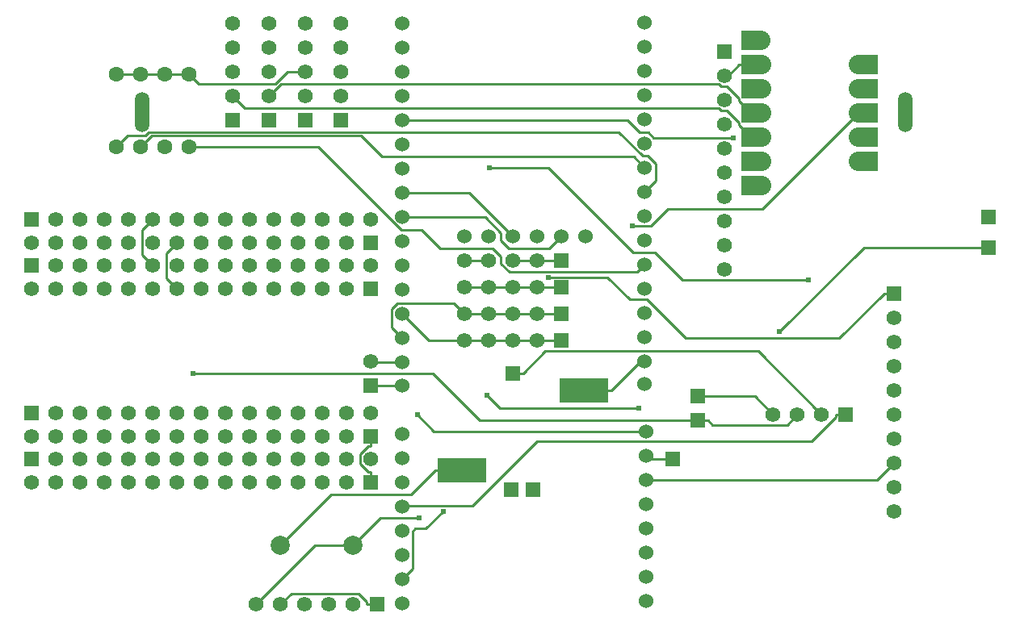
<source format=gtl>
G04 Layer: TopLayer*
G04 EasyEDA v6.5.51, 2025-12-08 09:47:30*
G04 7167e3a2cd4a4cc2b36d8ec3c7a0698f,d159c27349c1460ca4c4e21dfb61053a,10*
G04 Gerber Generator version 0.2*
G04 Scale: 100 percent, Rotated: No, Reflected: No *
G04 Dimensions in millimeters *
G04 leading zeros omitted , absolute positions ,4 integer and 5 decimal *
%FSLAX45Y45*%
%MOMM*%

%AMMACRO1*4,1,5,-0.9843,1.016,0.9843,1.016,0.9843,-1.016,-0.9843,-1.016,-0.9843,0.0635,-0.9843,1.016,0*%
%AMMACRO2*4,1,5,0.9843,-1.016,-0.9843,-1.016,-0.9843,1.016,0.9843,1.016,0.9843,-0.0635,0.9843,-1.016,0*%
%AMMACRO3*21,1,$1,$2,0,0,$3*%
%ADD10C,0.2540*%
%ADD11MACRO1*%
%ADD12MACRO2*%
%ADD13R,5.0800X2.5400*%
%ADD14MACRO3,1.5748X1.5748X-90.0000*%
%ADD15C,1.5748*%
%ADD16MACRO3,1.5748X1.5748X0.0000*%
%ADD17O,1.499997X4.199992*%
%ADD18C,2.0000*%
%ADD19C,0.0166*%
%ADD20R,1.5748X1.5748*%
%ADD21C,1.6000*%
%ADD22C,2.0320*%
%ADD23C,1.5240*%
%ADD24R,1.5000X1.5000*%
%ADD25C,0.6100*%

%LPD*%
D10*
X9342145Y3784600D02*
G01*
X8870137Y3312591D01*
X7263206Y3312591D01*
X6856095Y3719703D01*
X6672249Y3719703D01*
X6437020Y3954932D01*
X5823153Y3954932D01*
X5817565Y3949344D01*
X9448800Y3784600D02*
G01*
X9342145Y3784600D01*
X5199888Y5102377D02*
G01*
X5823077Y5102377D01*
X6709054Y4216400D01*
X6936892Y4216400D01*
X7229017Y3924274D01*
X8547125Y3924274D01*
X7761376Y5418302D02*
G01*
X6921169Y5418302D01*
X6867474Y5471998D01*
X6776821Y5471998D01*
X6648119Y5600700D01*
X4292600Y5600700D01*
X6845300Y2336800D02*
G01*
X4621834Y2336800D01*
X4447844Y2510789D01*
X5194300Y3848100D02*
G01*
X4940300Y3848100D01*
X5448300Y3848100D02*
G01*
X5194300Y3848100D01*
X5702300Y3848100D02*
G01*
X5448300Y3848100D01*
X5956300Y3848100D02*
G01*
X5702300Y3848100D01*
X4025900Y520700D02*
G01*
X3919245Y520700D01*
X3919245Y520700D02*
G01*
X3919245Y547370D01*
X3829964Y636651D01*
X3125850Y636651D01*
X3009900Y520700D01*
X1803400Y6083300D02*
G01*
X2057400Y6083300D01*
X1549400Y6083300D02*
G01*
X1803400Y6083300D01*
X1295400Y6083300D02*
G01*
X1549400Y6083300D01*
X3276600Y6108700D02*
G01*
X3089656Y6108700D01*
X2962656Y5981700D01*
X2159000Y5981700D01*
X2057400Y6083300D01*
X8051876Y5930976D02*
G01*
X7947075Y5930976D01*
X7946999Y5930900D01*
X9448800Y2006600D02*
G01*
X9271000Y1828800D01*
X6845300Y1828800D01*
X5194300Y3568700D02*
G01*
X4940300Y3568700D01*
X5448300Y3568700D02*
G01*
X5194300Y3568700D01*
X5702300Y3568700D02*
G01*
X5448300Y3568700D01*
X5956300Y3568700D02*
G01*
X5702300Y3568700D01*
X7999475Y5676976D02*
G01*
X7945907Y5676976D01*
X7820482Y5802401D01*
X7820482Y5832678D01*
X7693634Y5959525D01*
X7630795Y5959525D01*
X7608620Y5981700D01*
X3022600Y5981700D01*
X2895600Y5854700D01*
X7999475Y5676976D02*
G01*
X7947075Y5676976D01*
X7946999Y5676900D01*
X8051876Y5676976D02*
G01*
X7999475Y5676976D01*
X4292600Y3314700D02*
G01*
X4182465Y3424834D01*
X4182465Y3621201D01*
X4238345Y3677081D01*
X4831918Y3677081D01*
X4940300Y3568700D01*
X1676400Y4076700D02*
G01*
X1565275Y4187825D01*
X1565275Y4448175D01*
X1676400Y4559300D01*
X1930400Y3835400D02*
G01*
X1819275Y3946525D01*
X1819275Y4206875D01*
X1930400Y4318000D01*
X8178800Y2514600D02*
G01*
X7988300Y2705100D01*
X7391400Y2705100D01*
X5194300Y3289300D02*
G01*
X4940300Y3289300D01*
X5448300Y3289300D02*
G01*
X5194300Y3289300D01*
X5702300Y3289300D02*
G01*
X5448300Y3289300D01*
X5956300Y3289300D02*
G01*
X5702300Y3289300D01*
X7999475Y5422976D02*
G01*
X7945907Y5422976D01*
X7820482Y5548401D01*
X7820482Y5578678D01*
X7693634Y5705525D01*
X7630795Y5705525D01*
X7608646Y5727674D01*
X2641625Y5727674D01*
X2514600Y5854700D01*
X7999475Y5422976D02*
G01*
X7947075Y5422976D01*
X7946999Y5422900D01*
X8051876Y5422976D02*
G01*
X7999475Y5422976D01*
X4292600Y3568700D02*
G01*
X4572000Y3289300D01*
X4940300Y3289300D01*
X10439400Y4267200D02*
G01*
X9128582Y4267200D01*
X8242477Y3381095D01*
X2093036Y2940050D02*
G01*
X4609109Y2940050D01*
X5098059Y2451100D01*
X7391400Y2451100D01*
X7391400Y2451100D02*
G01*
X7498054Y2451100D01*
X8432800Y2514600D02*
G01*
X8324443Y2406243D01*
X7542911Y2406243D01*
X7498054Y2451100D01*
X5177383Y2715132D02*
G01*
X5316143Y2576372D01*
X6771893Y2576372D01*
X4466767Y1430045D02*
G01*
X4058945Y1430045D01*
X3771900Y1143000D01*
X5194300Y4127500D02*
G01*
X4940300Y4127500D01*
X5702300Y4127500D02*
G01*
X5448300Y4127500D01*
X5956300Y4127500D02*
G01*
X5702300Y4127500D01*
X2755900Y520700D02*
G01*
X3378200Y1143000D01*
X3771900Y1143000D01*
X8051876Y6184976D02*
G01*
X7947075Y6184976D01*
X7946999Y6184900D01*
X7946999Y6184900D02*
G01*
X7820659Y6184900D01*
X7670800Y6070600D02*
G01*
X7706359Y6070600D01*
X7820659Y6184900D01*
X4292600Y787400D02*
G01*
X4396892Y891692D01*
X4396892Y1288338D01*
X4423918Y1315364D01*
X4535906Y1315364D01*
X4721047Y1500504D01*
X2057400Y5321300D02*
G01*
X3406495Y5321300D01*
X4277512Y4450283D01*
X4495190Y4450283D01*
X4689703Y4255770D01*
X5234584Y4255770D01*
X5321300Y4169054D01*
X5321300Y4098696D01*
X5412028Y4007967D01*
X6751167Y4007967D01*
X6832600Y4089400D01*
X5448300Y2946400D02*
G01*
X5554954Y2946400D01*
X5554954Y2946400D02*
G01*
X5790565Y3182010D01*
X8019389Y3182010D01*
X8686800Y2514600D01*
X9067876Y5676976D02*
G01*
X8064500Y4673600D01*
X7076693Y4673600D01*
X6894601Y4491507D01*
X6705015Y4491507D01*
X9067876Y5676976D02*
G01*
X9172498Y5676976D01*
X9172575Y5676900D01*
X4292600Y2819400D02*
G01*
X3962400Y2819400D01*
X4292600Y3060700D02*
G01*
X3975100Y3060700D01*
X3962400Y3073400D01*
X6832600Y4851400D02*
G01*
X6949719Y4968519D01*
X6949719Y5142992D01*
X6860311Y5232400D01*
X6808622Y5232400D01*
X6561404Y5479618D01*
X1633626Y5479618D01*
X1593138Y5439130D01*
X1413230Y5439130D01*
X1295400Y5321300D01*
X9067876Y5168976D02*
G01*
X9172498Y5168976D01*
X9172575Y5168900D01*
X9067876Y5422976D02*
G01*
X9172498Y5422976D01*
X9172575Y5422900D01*
X9067876Y5930976D02*
G01*
X9172524Y5930976D01*
X9172600Y5930900D01*
X9067876Y6184976D02*
G01*
X9172524Y6184976D01*
X9172600Y6184900D01*
X8051876Y4914976D02*
G01*
X7947075Y4914976D01*
X7946999Y4914900D01*
X8051876Y5168976D02*
G01*
X7947075Y5168976D01*
X7946999Y5168900D01*
X8051800Y6438900D02*
G01*
X7946999Y6438900D01*
X7124700Y2044700D02*
G01*
X6883400Y2044700D01*
X6845300Y2082800D01*
X6197600Y2768600D02*
G01*
X6479514Y2768600D01*
X6479514Y2768600D02*
G01*
X6784314Y3073400D01*
X6832600Y3073400D01*
X5956300Y4381500D02*
G01*
X5830570Y4255770D01*
X5407507Y4255770D01*
X5321300Y4341977D01*
X5321300Y4420565D01*
X5157165Y4584700D01*
X4292600Y4584700D01*
X5448300Y4381500D02*
G01*
X4991100Y4838700D01*
X4292600Y4838700D01*
X8834145Y2514600D02*
G01*
X8834145Y2487929D01*
X8577224Y2231009D01*
X5698312Y2231009D01*
X5026380Y1559077D01*
X4302277Y1559077D01*
X4292600Y1549400D01*
X8940800Y2514600D02*
G01*
X8834145Y2514600D01*
X3962400Y2286000D02*
G01*
X3962400Y2179345D01*
X3962400Y1803400D02*
G01*
X3962400Y1910054D01*
X3962400Y1910054D02*
G01*
X3935729Y1910054D01*
X3851275Y1994509D01*
X3851275Y2094890D01*
X3935729Y2179345D01*
X3962400Y2179345D01*
X4914900Y1930400D02*
G01*
X4632985Y1930400D01*
X4632985Y1930400D02*
G01*
X4378985Y1676400D01*
X3543300Y1676400D01*
X3009900Y1143000D01*
X1549400Y5321300D02*
G01*
X1666849Y5438749D01*
X3860368Y5438749D01*
X4079417Y5219700D01*
X6718300Y5219700D01*
X6832600Y5105400D01*
D11*
G01*
X7946999Y6438897D03*
G01*
X7946999Y6184900D03*
G01*
X7946999Y5930900D03*
G01*
X7946999Y5676900D03*
G01*
X7946999Y5422900D03*
G01*
X7946999Y5168900D03*
G01*
X7946999Y4914902D03*
D12*
G01*
X9172597Y6184900D03*
G01*
X9172597Y5930900D03*
G01*
X9172575Y5676900D03*
G01*
X9172575Y5422900D03*
G01*
X9172575Y5168900D03*
D13*
G01*
X6197600Y2768600D03*
G01*
X4914900Y1930400D03*
D14*
G01*
X10439400Y4267200D03*
G01*
X10439400Y4584700D03*
G01*
X5448300Y2946400D03*
D15*
G01*
X406400Y4318000D03*
G01*
X660400Y4318000D03*
G01*
X914400Y4318000D03*
G01*
X1168400Y4318000D03*
G01*
X1422400Y4318000D03*
G01*
X1676400Y4318000D03*
G01*
X1930400Y4318000D03*
G01*
X2184400Y4318000D03*
G01*
X2438400Y4318000D03*
G01*
X2692400Y4318000D03*
G01*
X2946400Y4318000D03*
G01*
X3200400Y4318000D03*
G01*
X3454400Y4318000D03*
G01*
X3708400Y4318000D03*
D16*
G01*
X3962400Y4318000D03*
D15*
G01*
X406400Y3835400D03*
G01*
X660400Y3835400D03*
G01*
X914400Y3835400D03*
G01*
X1168400Y3835400D03*
G01*
X1422400Y3835400D03*
G01*
X1676400Y3835400D03*
G01*
X1930400Y3835400D03*
G01*
X2184400Y3835400D03*
G01*
X2438400Y3835400D03*
G01*
X2692400Y3835400D03*
G01*
X2946400Y3835400D03*
G01*
X3200400Y3835400D03*
G01*
X3454400Y3835400D03*
G01*
X3708400Y3835400D03*
D16*
G01*
X3962400Y3835400D03*
D15*
G01*
X406400Y2286000D03*
G01*
X660400Y2286000D03*
G01*
X914400Y2286000D03*
G01*
X1168400Y2286000D03*
G01*
X1422400Y2286000D03*
G01*
X1676400Y2286000D03*
G01*
X1930400Y2286000D03*
G01*
X2184400Y2286000D03*
G01*
X2438400Y2286000D03*
G01*
X2692400Y2286000D03*
G01*
X2946400Y2286000D03*
G01*
X3200400Y2286000D03*
G01*
X3454400Y2286000D03*
G01*
X3708400Y2286000D03*
D16*
G01*
X3962400Y2286000D03*
D15*
G01*
X406400Y1803400D03*
G01*
X660400Y1803400D03*
G01*
X914400Y1803400D03*
G01*
X1168400Y1803400D03*
G01*
X1422400Y1803400D03*
G01*
X1676400Y1803400D03*
G01*
X1930400Y1803400D03*
G01*
X2184400Y1803400D03*
G01*
X2438400Y1803400D03*
G01*
X2692400Y1803400D03*
G01*
X2946400Y1803400D03*
G01*
X3200400Y1803400D03*
G01*
X3454400Y1803400D03*
G01*
X3708400Y1803400D03*
D16*
G01*
X3962400Y1803400D03*
D15*
G01*
X4940300Y4127500D03*
G01*
X5194300Y4127500D03*
G01*
X5448300Y4127500D03*
G01*
X5702300Y4127500D03*
D16*
G01*
X5956300Y4127500D03*
D15*
G01*
X4940300Y3848100D03*
G01*
X5194300Y3848100D03*
G01*
X5448300Y3848100D03*
G01*
X5702300Y3848100D03*
D16*
G01*
X5956300Y3848100D03*
D15*
G01*
X4940300Y3568700D03*
G01*
X5194300Y3568700D03*
G01*
X5448300Y3568700D03*
G01*
X5702300Y3568700D03*
D16*
G01*
X5956300Y3568700D03*
D15*
G01*
X4940300Y3289300D03*
G01*
X5194300Y3289300D03*
G01*
X5448300Y3289300D03*
G01*
X5702300Y3289300D03*
D16*
G01*
X5956300Y3289300D03*
D17*
G01*
X9562591Y5689600D03*
G01*
X1562607Y5689600D03*
D15*
G01*
X2755900Y520700D03*
G01*
X3009900Y520700D03*
G01*
X3263900Y520700D03*
G01*
X3517900Y520700D03*
G01*
X3771900Y520700D03*
D16*
G01*
X4025900Y520700D03*
D18*
G01*
X3009900Y1143000D03*
G01*
X3771900Y1143000D03*
D20*
G01*
X3962400Y2819400D03*
D15*
G01*
X3962400Y3073400D03*
D21*
G01*
X1295400Y5321300D03*
G01*
X1549400Y5321300D03*
G01*
X1803400Y5321300D03*
G01*
X2057400Y5321300D03*
G01*
X2057400Y6083300D03*
G01*
X1803400Y6083300D03*
G01*
X1549400Y6083300D03*
G01*
X1295400Y6083300D03*
D15*
G01*
X3644900Y6616700D03*
G01*
X3644900Y6362700D03*
G01*
X3644900Y6108700D03*
G01*
X3644900Y5854700D03*
D20*
G01*
X3644900Y5600700D03*
D15*
G01*
X3276600Y6616700D03*
G01*
X3276600Y6362700D03*
G01*
X3276600Y6108700D03*
G01*
X3276600Y5854700D03*
D20*
G01*
X3276600Y5600700D03*
D22*
G01*
X9067876Y5676976D03*
G01*
X9067876Y5930976D03*
G01*
X9067876Y6184976D03*
G01*
X9067876Y5422976D03*
G01*
X9067876Y5168976D03*
G01*
X8051876Y5676976D03*
G01*
X8051876Y5422976D03*
G01*
X8051876Y5168976D03*
G01*
X8051876Y4914976D03*
G01*
X8051876Y5930976D03*
G01*
X8051876Y6184976D03*
G01*
X8051800Y6438900D03*
D15*
G01*
X2895600Y6616700D03*
G01*
X2895600Y6362700D03*
G01*
X2895600Y6108700D03*
G01*
X2895600Y5854700D03*
D20*
G01*
X2895600Y5600700D03*
D15*
G01*
X2514600Y6616700D03*
G01*
X2514600Y6362700D03*
G01*
X2514600Y6108700D03*
G01*
X2514600Y5854700D03*
D20*
G01*
X2514600Y5600700D03*
D23*
G01*
X6832600Y2832100D03*
G01*
X6845300Y2336800D03*
G01*
X6845300Y2082800D03*
G01*
X6845300Y1828800D03*
G01*
X6845300Y1574800D03*
G01*
X6845300Y1320800D03*
G01*
X6845300Y1066800D03*
G01*
X6845300Y812800D03*
G01*
X6845300Y558800D03*
G01*
X6832600Y6629400D03*
G01*
X6832600Y6375400D03*
G01*
X6832600Y6121400D03*
G01*
X6832600Y5867400D03*
G01*
X6832600Y5613400D03*
G01*
X6832600Y5359400D03*
G01*
X6832600Y5105400D03*
G01*
X6832600Y4851400D03*
G01*
X6832600Y4597400D03*
G01*
X6832600Y4343400D03*
G01*
X6832600Y4089400D03*
G01*
X6832600Y3835400D03*
G01*
X6832600Y3581400D03*
G01*
X6832600Y3327400D03*
G01*
X6832600Y3073400D03*
G01*
X4292600Y3060700D03*
G01*
X4292600Y3314700D03*
G01*
X4292600Y3568700D03*
G01*
X4292600Y3822700D03*
G01*
X4292600Y4076700D03*
G01*
X4292600Y4330700D03*
G01*
X4292600Y4584700D03*
G01*
X4292600Y4838700D03*
G01*
X4292600Y5092700D03*
G01*
X4292600Y5346700D03*
G01*
X4292600Y5600700D03*
G01*
X4292600Y5854700D03*
G01*
X4292600Y6108700D03*
G01*
X4292600Y6362700D03*
G01*
X4292600Y6616700D03*
G01*
X4292600Y533400D03*
G01*
X4292600Y787400D03*
G01*
X4292600Y1041400D03*
G01*
X4292600Y1295400D03*
G01*
X4292600Y1549400D03*
G01*
X4292600Y1803400D03*
G01*
X4292600Y2057400D03*
G01*
X4292600Y2311400D03*
G01*
X4292600Y2819400D03*
D24*
G01*
X5435600Y1727200D03*
G01*
X5664200Y1727200D03*
D20*
G01*
X7391400Y2705100D03*
G01*
X7391400Y2451100D03*
D23*
G01*
X6210300Y4381500D03*
G01*
X5956300Y4381500D03*
G01*
X5702300Y4381500D03*
G01*
X5448300Y4381500D03*
G01*
X5194300Y4381500D03*
G01*
X4940300Y4381500D03*
D20*
G01*
X8940800Y2514600D03*
D15*
G01*
X8686800Y2514600D03*
G01*
X8432800Y2514600D03*
G01*
X8178800Y2514600D03*
D20*
G01*
X7124700Y2044700D03*
D15*
G01*
X3962400Y4559300D03*
G01*
X3708400Y4559300D03*
G01*
X3454400Y4559300D03*
G01*
X3200400Y4559300D03*
G01*
X2946400Y4559300D03*
G01*
X2692400Y4559300D03*
G01*
X2438400Y4559300D03*
G01*
X2184400Y4559300D03*
G01*
X1930400Y4559300D03*
G01*
X1676400Y4559300D03*
G01*
X1422400Y4559300D03*
G01*
X1168400Y4559300D03*
G01*
X914400Y4559300D03*
G01*
X660400Y4559300D03*
D20*
G01*
X406400Y4559300D03*
D15*
G01*
X3962400Y4076700D03*
G01*
X3708400Y4076700D03*
G01*
X3454400Y4076700D03*
G01*
X3200400Y4076700D03*
G01*
X2946400Y4076700D03*
G01*
X2692400Y4076700D03*
G01*
X2438400Y4076700D03*
G01*
X2184400Y4076700D03*
G01*
X1930400Y4076700D03*
G01*
X1676400Y4076700D03*
G01*
X1422400Y4076700D03*
G01*
X1168400Y4076700D03*
G01*
X914400Y4076700D03*
G01*
X660400Y4076700D03*
D20*
G01*
X406400Y4076700D03*
D15*
G01*
X3962400Y2527300D03*
G01*
X3708400Y2527300D03*
G01*
X3454400Y2527300D03*
G01*
X3200400Y2527300D03*
G01*
X2946400Y2527300D03*
G01*
X2692400Y2527300D03*
G01*
X2438400Y2527300D03*
G01*
X2184400Y2527300D03*
G01*
X1930400Y2527300D03*
G01*
X1676400Y2527300D03*
G01*
X1422400Y2527300D03*
G01*
X1168400Y2527300D03*
G01*
X914400Y2527300D03*
G01*
X660400Y2527300D03*
D20*
G01*
X406400Y2527300D03*
D15*
G01*
X3962400Y2044700D03*
G01*
X3708400Y2044700D03*
G01*
X3454400Y2044700D03*
G01*
X3200400Y2044700D03*
G01*
X2946400Y2044700D03*
G01*
X2692400Y2044700D03*
G01*
X2438400Y2044700D03*
G01*
X2184400Y2044700D03*
G01*
X1930400Y2044700D03*
G01*
X1676400Y2044700D03*
G01*
X1422400Y2044700D03*
G01*
X1168400Y2044700D03*
G01*
X914400Y2044700D03*
G01*
X660400Y2044700D03*
D20*
G01*
X406400Y2044700D03*
D15*
G01*
X7670800Y4038600D03*
G01*
X7670800Y4292600D03*
G01*
X7670800Y4546600D03*
G01*
X7670800Y4800600D03*
G01*
X7670800Y5054600D03*
G01*
X7670800Y5308600D03*
G01*
X7670800Y5562600D03*
G01*
X7670800Y5816600D03*
G01*
X7670800Y6070600D03*
D20*
G01*
X7670800Y6324600D03*
D15*
G01*
X9448800Y1498600D03*
G01*
X9448800Y1752600D03*
G01*
X9448800Y2006600D03*
G01*
X9448800Y2260600D03*
G01*
X9448800Y2514600D03*
G01*
X9448800Y2768600D03*
G01*
X9448800Y3022600D03*
G01*
X9448800Y3276600D03*
G01*
X9448800Y3530600D03*
D20*
G01*
X9448800Y3784600D03*
D25*
G01*
X5817565Y3949344D03*
G01*
X8547125Y3924274D03*
G01*
X5199888Y5102377D03*
G01*
X7761376Y5418302D03*
G01*
X4447844Y2510789D03*
G01*
X8242477Y3381095D03*
G01*
X2093036Y2940050D03*
G01*
X6771893Y2576372D03*
G01*
X5177383Y2715132D03*
G01*
X4466767Y1430045D03*
G01*
X4721047Y1500504D03*
G01*
X6705015Y4491507D03*
M02*

</source>
